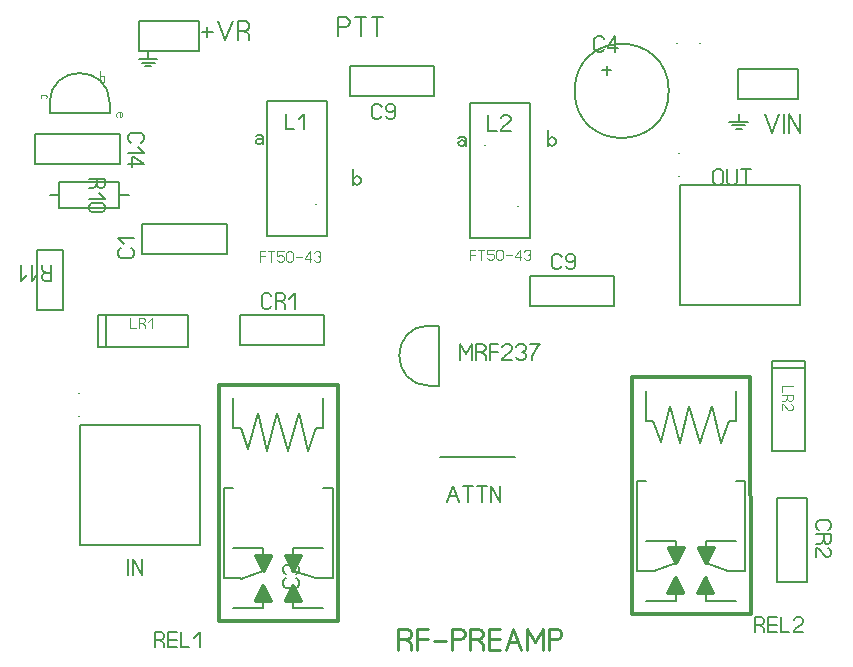
<source format=gbr>
%FSLAX34Y34*%
%MOMM*%
%LNSILK_TOP*%
G71*
G01*
%ADD10C,0.167*%
%ADD11C,0.150*%
%ADD12C,0.200*%
%ADD13C,0.144*%
%ADD14C,0.206*%
%ADD15C,0.222*%
%ADD16C,0.111*%
%ADD17C,0.300*%
%LPD*%
G54D10*
X390429Y441623D02*
X390429Y441623D01*
G54D11*
X172115Y348816D02*
X172115Y374217D01*
X100515Y374217D01*
X100515Y348817D01*
X172115Y348816D01*
G54D10*
X90978Y353834D02*
X92644Y352834D01*
X93478Y350834D01*
X93478Y348834D01*
X92644Y346834D01*
X90978Y345834D01*
X82644Y345834D01*
X80978Y346834D01*
X80144Y348834D01*
X80144Y350834D01*
X80978Y352834D01*
X82644Y353834D01*
G54D10*
X85144Y357501D02*
X80144Y362501D01*
X93478Y362501D01*
G54D11*
X347812Y483036D02*
X347812Y508436D01*
X276212Y508436D01*
X276212Y483036D01*
X347812Y483036D01*
G54D10*
X303188Y465528D02*
X302188Y463861D01*
X300188Y463028D01*
X298188Y463028D01*
X296188Y463861D01*
X295188Y465528D01*
X295188Y473861D01*
X296188Y475528D01*
X298188Y476361D01*
X300188Y476361D01*
X302188Y475528D01*
X303188Y473861D01*
G54D10*
X306855Y465528D02*
X307855Y463861D01*
X309855Y463028D01*
X311855Y463028D01*
X313855Y463861D01*
X314855Y465528D01*
X314855Y469694D01*
X314855Y470528D01*
X311855Y468861D01*
X309855Y468861D01*
X307855Y469694D01*
X306855Y471361D01*
X306855Y473861D01*
X307855Y475528D01*
X309855Y476361D01*
X311855Y476361D01*
X313855Y475528D01*
X314855Y473861D01*
X314855Y469694D01*
G54D12*
X627400Y467514D02*
X633400Y451514D01*
X639400Y467514D01*
G54D12*
X643800Y451514D02*
X643800Y467514D01*
G54D12*
X648200Y451514D02*
X648200Y467514D01*
X657800Y451514D01*
X657800Y467514D01*
G54D11*
X604904Y480038D02*
X604904Y505438D01*
X655704Y505438D01*
X655704Y480038D01*
X604904Y480038D01*
G54D11*
X343600Y288400D02*
X351600Y288400D01*
X351600Y237675D01*
X343600Y237675D01*
G54D11*
G75*
G01X343639Y288531D02*
G03X343639Y237531I0J-25500D01*
G01*
G54D10*
X369556Y259475D02*
X369556Y272808D01*
X374556Y264475D01*
X379556Y272808D01*
X379556Y259475D01*
G54D10*
X387223Y266141D02*
X390223Y264475D01*
X391223Y262808D01*
X391223Y259475D01*
G54D10*
X383223Y259475D02*
X383223Y272808D01*
X388223Y272808D01*
X390223Y271975D01*
X391223Y270308D01*
X391223Y268641D01*
X390223Y266975D01*
X388223Y266141D01*
X383223Y266141D01*
G54D10*
X394890Y259475D02*
X394890Y272808D01*
X401890Y272808D01*
G54D10*
X394890Y266141D02*
X401890Y266141D01*
G54D10*
X413557Y259475D02*
X405557Y259475D01*
X405557Y260308D01*
X406557Y261975D01*
X412557Y266975D01*
X413557Y268641D01*
X413557Y270308D01*
X412557Y271975D01*
X410557Y272808D01*
X408557Y272808D01*
X406557Y271975D01*
X405557Y270308D01*
G54D10*
X417224Y270308D02*
X418224Y271975D01*
X420224Y272808D01*
X422224Y272808D01*
X424224Y271975D01*
X425224Y270308D01*
X425224Y268641D01*
X424224Y266975D01*
X422224Y266141D01*
X424224Y265308D01*
X425224Y263641D01*
X425224Y261975D01*
X424224Y260308D01*
X422224Y259475D01*
X420224Y259475D01*
X418224Y260308D01*
X417224Y261975D01*
G54D10*
X428891Y272808D02*
X436891Y272808D01*
X435891Y271141D01*
X433891Y268641D01*
X431891Y265308D01*
X430891Y262808D01*
X430891Y259475D01*
G54D11*
X47600Y204500D02*
X149200Y204500D01*
X149200Y102900D01*
X47600Y102900D01*
X47600Y204500D01*
G54D13*
X46850Y231250D02*
X46850Y231250D01*
G54D13*
X46850Y211750D02*
X46850Y211750D01*
G54D10*
X230678Y74434D02*
X232344Y73434D01*
X233178Y71434D01*
X233178Y69434D01*
X232344Y67434D01*
X230678Y66434D01*
X222344Y66434D01*
X220678Y67434D01*
X219844Y69434D01*
X219844Y71434D01*
X220678Y73434D01*
X222344Y74434D01*
G54D10*
X222344Y78101D02*
X220678Y79101D01*
X219844Y81101D01*
X219844Y83101D01*
X220678Y85101D01*
X222344Y86101D01*
X224011Y86101D01*
X225678Y85101D01*
X226511Y83101D01*
X227344Y85101D01*
X229011Y86101D01*
X230678Y86101D01*
X232344Y85101D01*
X233178Y83101D01*
X233178Y81101D01*
X232344Y79101D01*
X230678Y78101D01*
G54D11*
X493756Y508406D02*
X493756Y500806D01*
G54D11*
X497556Y504606D02*
X489956Y504606D01*
G54D11*
G75*
G01X546306Y487100D02*
G03X546306Y487100I-39850J0D01*
G01*
G54D14*
X573056Y527700D02*
X573056Y527700D01*
G54D14*
X553556Y527700D02*
X553556Y527700D01*
G54D10*
X358750Y139400D02*
X363750Y152733D01*
X368750Y139400D01*
G54D10*
X360750Y144400D02*
X366750Y144400D01*
G54D10*
X376417Y139400D02*
X376417Y152733D01*
G54D10*
X372417Y152733D02*
X380417Y152733D01*
G54D10*
X388084Y139400D02*
X388084Y152733D01*
G54D10*
X384084Y152733D02*
X392084Y152733D01*
G54D10*
X395751Y139400D02*
X395751Y152733D01*
X403751Y139400D01*
X403751Y152733D01*
G54D10*
X592200Y418433D02*
X592200Y410100D01*
X591200Y408433D01*
X589200Y407600D01*
X587200Y407600D01*
X585200Y408433D01*
X584200Y410100D01*
X584200Y418433D01*
X585200Y420100D01*
X587200Y420933D01*
X589200Y420933D01*
X591200Y420100D01*
X592200Y418433D01*
G54D10*
X595867Y420933D02*
X595867Y410100D01*
X596867Y408433D01*
X598867Y407600D01*
X600867Y407600D01*
X602867Y408433D01*
X603867Y410100D01*
X603867Y420933D01*
G54D10*
X611534Y407600D02*
X611534Y420933D01*
G54D10*
X607534Y420933D02*
X615534Y420933D01*
G54D10*
X247650Y391090D02*
X247650Y391090D01*
G54D10*
X222250Y467923D02*
X222250Y454590D01*
X229250Y454590D01*
G54D10*
X232917Y462923D02*
X237917Y467923D01*
X237917Y454590D01*
G54D15*
X322833Y22789D02*
X326833Y20567D01*
X328166Y18344D01*
X328166Y13900D01*
G54D15*
X317500Y13900D02*
X317500Y31678D01*
X324166Y31678D01*
X326833Y30567D01*
X328166Y28344D01*
X328166Y26122D01*
X326833Y23900D01*
X324166Y22789D01*
X317500Y22789D01*
G54D15*
X333056Y13900D02*
X333056Y31678D01*
X342389Y31678D01*
G54D15*
X333056Y22789D02*
X342389Y22789D01*
G54D15*
X347278Y21678D02*
X357944Y21678D01*
G54D15*
X362834Y13900D02*
X362834Y31678D01*
X369500Y31678D01*
X372167Y30567D01*
X373500Y28344D01*
X373500Y26122D01*
X372167Y23900D01*
X369500Y22789D01*
X362834Y22789D01*
G54D15*
X383723Y22789D02*
X387723Y20567D01*
X389056Y18344D01*
X389056Y13900D01*
G54D15*
X378390Y13900D02*
X378390Y31678D01*
X385056Y31678D01*
X387723Y30567D01*
X389056Y28344D01*
X389056Y26122D01*
X387723Y23900D01*
X385056Y22789D01*
X378390Y22789D01*
G54D15*
X403279Y13900D02*
X393946Y13900D01*
X393946Y31678D01*
X403279Y31678D01*
G54D15*
X393946Y22789D02*
X403279Y22789D01*
G54D15*
X408168Y13900D02*
X414834Y31678D01*
X421501Y13900D01*
G54D15*
X410834Y20567D02*
X418834Y20567D01*
G54D15*
X426390Y13900D02*
X426390Y31678D01*
X433056Y20567D01*
X439723Y31678D01*
X439723Y13900D01*
G54D15*
X444612Y13900D02*
X444612Y31678D01*
X451278Y31678D01*
X453945Y30566D01*
X455278Y28344D01*
X455278Y26122D01*
X453945Y23900D01*
X451278Y22789D01*
X444612Y22789D01*
G54D12*
X352400Y177500D02*
X415900Y177500D01*
G54D12*
X206350Y478490D02*
X257150Y478490D01*
X257150Y364190D01*
X206350Y364190D01*
X206350Y478490D01*
G54D16*
X200000Y342600D02*
X200000Y351489D01*
X204667Y351489D01*
G54D16*
X200000Y347044D02*
X204667Y347044D01*
G54D16*
X209778Y342600D02*
X209778Y351489D01*
G54D16*
X207111Y351489D02*
X212444Y351489D01*
G54D16*
X220221Y351489D02*
X214888Y351489D01*
X214888Y347600D01*
X215555Y347600D01*
X216888Y348156D01*
X218221Y348156D01*
X219555Y347600D01*
X220221Y346489D01*
X220221Y344267D01*
X219555Y343156D01*
X218221Y342600D01*
X216888Y342600D01*
X215555Y343156D01*
X214888Y344267D01*
G54D16*
X227998Y349822D02*
X227998Y344267D01*
X227332Y343156D01*
X225998Y342600D01*
X224665Y342600D01*
X223332Y343156D01*
X222665Y344267D01*
X222665Y349822D01*
X223332Y350933D01*
X224665Y351489D01*
X225998Y351489D01*
X227332Y350933D01*
X227998Y349822D01*
G54D16*
X230442Y346489D02*
X235775Y346489D01*
G54D16*
X242219Y342600D02*
X242219Y351489D01*
X238219Y345933D01*
X238219Y344822D01*
X243552Y344822D01*
G54D16*
X245996Y349822D02*
X246663Y350933D01*
X247996Y351489D01*
X249329Y351489D01*
X250663Y350933D01*
X251329Y349822D01*
X251329Y348711D01*
X250663Y347600D01*
X249329Y347044D01*
X250663Y346489D01*
X251329Y345378D01*
X251329Y344267D01*
X250663Y343156D01*
X249329Y342600D01*
X247996Y342600D01*
X246663Y343156D01*
X245996Y344267D01*
G54D17*
X165700Y38149D02*
X266300Y38249D01*
X266200Y238149D01*
X165700Y238149D01*
X165700Y38149D01*
G54D12*
X177800Y226749D02*
X177800Y201349D01*
X184100Y201349D01*
X184000Y201349D01*
X190400Y183849D01*
X190500Y183849D01*
X198400Y214049D01*
X206400Y182249D01*
X214300Y214049D01*
X223900Y182249D01*
X233300Y214049D01*
X241300Y182249D01*
X247700Y201349D01*
X254000Y201349D01*
X254000Y226749D01*
G54D12*
X177800Y48949D02*
X203100Y48949D01*
X203100Y67949D01*
G54D12*
X177800Y99749D02*
X203100Y99749D01*
X203100Y80749D01*
G54D12*
X254000Y48949D02*
X228600Y48949D01*
X228600Y67949D01*
G54D12*
X254000Y99749D02*
X228600Y99749D01*
X228600Y80749D01*
G36*
X203200Y67949D02*
X203200Y68049D01*
X196800Y55349D01*
X209500Y55349D01*
X203100Y67949D01*
X203200Y67949D01*
G37*
G54D17*
X203200Y67949D02*
X203200Y68049D01*
X196800Y55349D01*
X209500Y55349D01*
X203100Y67949D01*
X203200Y67949D01*
G36*
X228600Y67849D02*
X228600Y67949D01*
X222200Y55249D01*
X234900Y55249D01*
X228500Y67849D01*
X228600Y67849D01*
G37*
G54D17*
X228600Y67849D02*
X228600Y67949D01*
X222200Y55249D01*
X234900Y55249D01*
X228500Y67849D01*
X228600Y67849D01*
G36*
X203300Y80949D02*
X203300Y80849D01*
X209700Y93549D01*
X197000Y93549D01*
X203400Y80949D01*
X203300Y80949D01*
G37*
G54D17*
X203300Y80949D02*
X203300Y80849D01*
X209700Y93549D01*
X197000Y93549D01*
X203400Y80949D01*
X203300Y80949D01*
G36*
X228600Y80849D02*
X228600Y80749D01*
X235000Y93449D01*
X222300Y93449D01*
X228700Y80849D01*
X228600Y80849D01*
G37*
G54D17*
X228600Y80849D02*
X228600Y80749D01*
X235000Y93449D01*
X222300Y93449D01*
X228700Y80849D01*
X228600Y80849D01*
G54D12*
X203200Y80749D02*
X203200Y80649D01*
X184200Y74249D01*
X184200Y74349D01*
X169900Y74349D01*
X169900Y137849D01*
X169900Y150549D01*
X177800Y150549D01*
G54D12*
X228600Y80749D02*
X228600Y80749D01*
X247600Y74349D01*
X261900Y74349D01*
X261900Y150549D01*
X254000Y150549D01*
G54D11*
X139700Y297600D02*
X139700Y270200D01*
X63500Y270200D01*
X63500Y297600D01*
X139700Y297600D01*
G54D11*
X69800Y270200D02*
X69800Y297600D01*
G54D11*
X254525Y271892D02*
X254525Y297292D01*
X182925Y297292D01*
X182925Y271892D01*
X254525Y271892D01*
G54D10*
X209869Y305184D02*
X208869Y303517D01*
X206869Y302684D01*
X204869Y302684D01*
X202869Y303517D01*
X201869Y305184D01*
X201869Y313517D01*
X202869Y315184D01*
X204869Y316017D01*
X206869Y316017D01*
X208869Y315184D01*
X209869Y313517D01*
G54D10*
X217536Y309350D02*
X220536Y307684D01*
X221536Y306017D01*
X221536Y302684D01*
G54D10*
X213536Y302684D02*
X213536Y316017D01*
X218536Y316017D01*
X220536Y315184D01*
X221536Y313517D01*
X221536Y311850D01*
X220536Y310184D01*
X218536Y309350D01*
X213536Y309350D01*
G54D10*
X225203Y311017D02*
X230203Y316017D01*
X230203Y302684D01*
G54D16*
X90584Y295033D02*
X90584Y286144D01*
X95250Y286144D01*
G54D16*
X100361Y290589D02*
X102361Y289478D01*
X103028Y288367D01*
X103028Y286144D01*
G54D16*
X97695Y286144D02*
X97695Y295033D01*
X101028Y295033D01*
X102361Y294478D01*
X103028Y293367D01*
X103028Y292256D01*
X102361Y291144D01*
X101028Y290589D01*
X97695Y290589D01*
G54D16*
X105472Y291700D02*
X108805Y295033D01*
X108805Y286144D01*
G54D11*
X555600Y407700D02*
X657200Y407700D01*
X657200Y306100D01*
X555600Y306100D01*
X555600Y407700D01*
G54D13*
X554850Y434450D02*
X554850Y434450D01*
G54D13*
X554850Y414950D02*
X554850Y414950D01*
G54D17*
X514950Y44499D02*
X615550Y44599D01*
X615450Y244499D01*
X514950Y244499D01*
X514950Y44499D01*
G54D12*
X527050Y233099D02*
X527050Y207699D01*
X533350Y207699D01*
X533250Y207699D01*
X539650Y190199D01*
X539750Y190199D01*
X547650Y220399D01*
X555650Y188599D01*
X563550Y220399D01*
X573150Y188599D01*
X582550Y220399D01*
X590550Y188599D01*
X596950Y207699D01*
X603250Y207699D01*
X603250Y233099D01*
G54D12*
X527050Y55299D02*
X552350Y55299D01*
X552350Y74299D01*
G54D12*
X527050Y106099D02*
X552350Y106099D01*
X552350Y87099D01*
G54D12*
X603250Y55299D02*
X577850Y55299D01*
X577850Y74299D01*
G54D12*
X603250Y106099D02*
X577850Y106099D01*
X577850Y87099D01*
G36*
X552450Y74299D02*
X552450Y74399D01*
X546050Y61699D01*
X558750Y61699D01*
X552350Y74299D01*
X552450Y74299D01*
G37*
G54D17*
X552450Y74299D02*
X552450Y74399D01*
X546050Y61699D01*
X558750Y61699D01*
X552350Y74299D01*
X552450Y74299D01*
G36*
X577850Y74199D02*
X577850Y74299D01*
X571450Y61599D01*
X584150Y61599D01*
X577750Y74199D01*
X577850Y74199D01*
G37*
G54D17*
X577850Y74199D02*
X577850Y74299D01*
X571450Y61599D01*
X584150Y61599D01*
X577750Y74199D01*
X577850Y74199D01*
G36*
X552550Y87299D02*
X552550Y87199D01*
X558950Y99899D01*
X546250Y99899D01*
X552650Y87299D01*
X552550Y87299D01*
G37*
G54D17*
X552550Y87299D02*
X552550Y87199D01*
X558950Y99899D01*
X546250Y99899D01*
X552650Y87299D01*
X552550Y87299D01*
G36*
X577850Y87199D02*
X577850Y87099D01*
X584250Y99799D01*
X571550Y99799D01*
X577950Y87199D01*
X577850Y87199D01*
G37*
G54D17*
X577850Y87199D02*
X577850Y87099D01*
X584250Y99799D01*
X571550Y99799D01*
X577950Y87199D01*
X577850Y87199D01*
G54D12*
X552450Y87099D02*
X552450Y86999D01*
X533450Y80599D01*
X533450Y80699D01*
X519150Y80699D01*
X519150Y144199D01*
X519150Y156899D01*
X527050Y156899D01*
G54D12*
X577850Y87099D02*
X577850Y87099D01*
X596850Y80699D01*
X611150Y80699D01*
X611150Y156899D01*
X603250Y156899D01*
G54D11*
X661400Y182300D02*
X634000Y182300D01*
X634000Y258500D01*
X661400Y258500D01*
X661400Y182300D01*
G54D11*
X634000Y252200D02*
X661400Y252200D01*
G54D11*
X637825Y70992D02*
X663225Y70992D01*
X663225Y142592D01*
X637825Y142592D01*
X637825Y70992D01*
G54D16*
X651113Y236895D02*
X642224Y236895D01*
X642224Y232228D01*
G54D16*
X646668Y227117D02*
X645557Y225117D01*
X644446Y224450D01*
X642224Y224450D01*
G54D16*
X642224Y229784D02*
X651113Y229784D01*
X651113Y226450D01*
X650557Y225117D01*
X649446Y224450D01*
X648335Y224450D01*
X647224Y225117D01*
X646668Y226450D01*
X646668Y229784D01*
G54D16*
X642224Y216673D02*
X642224Y222007D01*
X642780Y222007D01*
X643890Y221340D01*
X647224Y217340D01*
X648335Y216673D01*
X649446Y216673D01*
X650557Y217340D01*
X651113Y218673D01*
X651113Y220007D01*
X650557Y221340D01*
X649446Y222007D01*
G54D12*
X150988Y537034D02*
X160588Y537034D01*
G54D12*
X155788Y541034D02*
X155788Y533034D01*
G54D12*
X164988Y546034D02*
X170988Y530034D01*
X176988Y546034D01*
G54D12*
X186188Y538034D02*
X189788Y536034D01*
X190988Y534034D01*
X190988Y530034D01*
G54D12*
X181388Y530034D02*
X181388Y546034D01*
X187388Y546034D01*
X189788Y545034D01*
X190988Y543034D01*
X190988Y541034D01*
X189788Y539034D01*
X187388Y538034D01*
X181388Y538034D01*
G54D11*
X97538Y520635D02*
X97539Y546035D01*
X148338Y546035D01*
X148338Y520635D01*
X97538Y520635D01*
G54D12*
X605647Y467424D02*
X605648Y461074D01*
G54D12*
X613585Y461074D02*
X597710Y461074D01*
G54D12*
X600091Y457899D02*
X611204Y457899D01*
G54D12*
X608028Y454724D02*
X603266Y454724D01*
G54D10*
X88900Y77400D02*
X88900Y90733D01*
G54D10*
X92567Y77400D02*
X92567Y90733D01*
X100567Y77400D01*
X100567Y90733D01*
G54D10*
X196850Y448557D02*
X198850Y449390D01*
X201250Y449390D01*
X202850Y447723D01*
X202850Y441890D01*
G54D10*
X202850Y444390D02*
X201850Y446057D01*
X199850Y446390D01*
X197850Y446057D01*
X196850Y444390D01*
X197250Y442723D01*
X198850Y441890D01*
X199850Y441890D01*
X200250Y441890D01*
X201850Y442723D01*
X202850Y444390D01*
G54D10*
X279400Y407600D02*
X279400Y420933D01*
G54D10*
X279400Y412933D02*
X280400Y414600D01*
X282400Y415100D01*
X284400Y414600D01*
X285400Y412933D01*
X285400Y409600D01*
X284400Y407933D01*
X282400Y407600D01*
X280400Y407933D01*
X279400Y409600D01*
G54D10*
X491442Y522874D02*
X490442Y521207D01*
X488442Y520374D01*
X486442Y520374D01*
X484442Y521207D01*
X483442Y522874D01*
X483442Y531207D01*
X484442Y532874D01*
X486442Y533707D01*
X488442Y533707D01*
X490442Y532874D01*
X491442Y531207D01*
G54D10*
X501109Y520374D02*
X501109Y533707D01*
X495109Y525374D01*
X495109Y523707D01*
X503109Y523707D01*
G54D10*
X673198Y115417D02*
X671531Y116417D01*
X670698Y118417D01*
X670698Y120418D01*
X671531Y122418D01*
X673198Y123417D01*
X681531Y123418D01*
X683198Y122418D01*
X684031Y120417D01*
X684031Y118417D01*
X683198Y116418D01*
X681531Y115417D01*
G54D10*
X677365Y107750D02*
X675698Y104751D01*
X674031Y103751D01*
X670698Y103751D01*
G54D10*
X670698Y111751D02*
X684031Y111751D01*
X684031Y106751D01*
X683198Y104750D01*
X681531Y103751D01*
X679865Y103751D01*
X678198Y104750D01*
X677365Y106750D01*
X677365Y111750D01*
G54D10*
X670698Y92084D02*
X670698Y100084D01*
X671531Y100083D01*
X673198Y99083D01*
X678198Y93083D01*
X679864Y92084D01*
X681531Y92084D01*
X683198Y93084D01*
X684031Y95083D01*
X684031Y97084D01*
X683198Y99084D01*
X681532Y100084D01*
G54D10*
X115100Y22567D02*
X118100Y20900D01*
X119100Y19233D01*
X119100Y15900D01*
G54D10*
X111100Y15900D02*
X111100Y29233D01*
X116100Y29233D01*
X118100Y28400D01*
X119100Y26733D01*
X119100Y25067D01*
X118100Y23400D01*
X116100Y22567D01*
X111100Y22567D01*
G54D10*
X129767Y15900D02*
X122767Y15900D01*
X122767Y29233D01*
X129767Y29233D01*
G54D10*
X122767Y22567D02*
X129767Y22567D01*
G54D10*
X133434Y29233D02*
X133434Y15900D01*
X140434Y15900D01*
G54D10*
X144101Y24233D02*
X149101Y29233D01*
X149101Y15900D01*
G54D10*
X623100Y35267D02*
X626100Y33600D01*
X627100Y31933D01*
X627100Y28600D01*
G54D10*
X619100Y28600D02*
X619100Y41933D01*
X624100Y41933D01*
X626100Y41100D01*
X627100Y39433D01*
X627100Y37767D01*
X626100Y36100D01*
X624100Y35267D01*
X619100Y35267D01*
G54D10*
X637767Y28600D02*
X630767Y28600D01*
X630767Y41933D01*
X637767Y41933D01*
G54D10*
X630767Y35267D02*
X637767Y35267D01*
G54D10*
X641434Y41933D02*
X641434Y28600D01*
X648434Y28600D01*
G54D10*
X660101Y28600D02*
X652101Y28600D01*
X652101Y29433D01*
X653101Y31100D01*
X659101Y36100D01*
X660101Y37767D01*
X660101Y39433D01*
X659101Y41100D01*
X657101Y41933D01*
X655101Y41933D01*
X653101Y41100D01*
X652101Y39433D01*
G54D10*
X419100Y389820D02*
X419100Y389820D01*
G54D10*
X393700Y466653D02*
X393700Y453320D01*
X400700Y453320D01*
G54D10*
X412367Y453320D02*
X404367Y453320D01*
X404367Y454153D01*
X405367Y455820D01*
X411367Y460820D01*
X412367Y462487D01*
X412367Y464153D01*
X411367Y465820D01*
X409367Y466653D01*
X407367Y466653D01*
X405367Y465820D01*
X404367Y464153D01*
G54D12*
X377800Y477220D02*
X428600Y477220D01*
X428600Y362920D01*
X377800Y362920D01*
X377800Y477220D01*
G54D10*
X368300Y447287D02*
X370300Y448120D01*
X372700Y448120D01*
X374300Y446453D01*
X374300Y440620D01*
G54D10*
X374300Y443120D02*
X373300Y444787D01*
X371300Y445120D01*
X369300Y444787D01*
X368300Y443120D01*
X368700Y441453D01*
X370300Y440620D01*
X371300Y440620D01*
X371700Y440620D01*
X373300Y441453D01*
X374300Y443120D01*
G54D10*
X444500Y440620D02*
X444500Y453953D01*
G54D10*
X444500Y445953D02*
X445500Y447620D01*
X447500Y448120D01*
X449500Y447620D01*
X450500Y445953D01*
X450500Y442620D01*
X449500Y440953D01*
X447500Y440620D01*
X445500Y440953D01*
X444500Y442620D01*
G54D11*
X500212Y305236D02*
X500212Y330637D01*
X428612Y330636D01*
X428612Y305236D01*
X500212Y305236D01*
G54D10*
X455588Y338528D02*
X454588Y336861D01*
X452588Y336028D01*
X450588Y336028D01*
X448588Y336861D01*
X447588Y338528D01*
X447588Y346861D01*
X448588Y348528D01*
X450588Y349361D01*
X452588Y349361D01*
X454588Y348528D01*
X455588Y346861D01*
G54D10*
X459255Y338528D02*
X460255Y336861D01*
X462256Y336028D01*
X464256Y336028D01*
X466256Y336861D01*
X467256Y338528D01*
X467256Y342694D01*
X467256Y343528D01*
X464256Y341861D01*
X462255Y341861D01*
X460256Y342694D01*
X459255Y344361D01*
X459256Y346861D01*
X460256Y348528D01*
X462256Y349361D01*
X464256Y349361D01*
X466256Y348528D01*
X467256Y346861D01*
X467256Y342694D01*
G54D16*
X377800Y343870D02*
X377800Y352759D01*
X382467Y352759D01*
G54D16*
X377800Y348314D02*
X382467Y348314D01*
G54D16*
X387578Y343870D02*
X387578Y352759D01*
G54D16*
X384911Y352759D02*
X390244Y352759D01*
G54D16*
X398021Y352759D02*
X392688Y352759D01*
X392688Y348870D01*
X393355Y348870D01*
X394688Y349426D01*
X396021Y349426D01*
X397355Y348870D01*
X398021Y347759D01*
X398021Y345537D01*
X397355Y344426D01*
X396021Y343870D01*
X394688Y343870D01*
X393355Y344426D01*
X392688Y345537D01*
G54D16*
X405798Y351092D02*
X405798Y345537D01*
X405132Y344426D01*
X403798Y343870D01*
X402465Y343870D01*
X401132Y344426D01*
X400465Y345537D01*
X400465Y351092D01*
X401132Y352203D01*
X402465Y352759D01*
X403798Y352759D01*
X405132Y352203D01*
X405798Y351092D01*
G54D16*
X408242Y347759D02*
X413575Y347759D01*
G54D16*
X420019Y343870D02*
X420019Y352759D01*
X416019Y347203D01*
X416019Y346092D01*
X421352Y346092D01*
G54D16*
X423796Y351092D02*
X424463Y352203D01*
X425796Y352759D01*
X427129Y352759D01*
X428463Y352203D01*
X429129Y351092D01*
X429129Y349981D01*
X428463Y348870D01*
X427129Y348314D01*
X428463Y347759D01*
X429129Y346648D01*
X429129Y345537D01*
X428463Y344426D01*
X427129Y343870D01*
X425796Y343870D01*
X424463Y344426D01*
X423796Y345537D01*
G54D11*
X72929Y476758D02*
X72929Y468758D01*
X22203Y468758D01*
X22203Y476758D01*
G54D11*
G75*
G01X73059Y476719D02*
G03X22059Y476719I-25500J0D01*
G01*
G54D11*
X9849Y450905D02*
X9849Y425504D01*
X81449Y425505D01*
X81449Y450905D01*
X9849Y450905D01*
G54D10*
X90962Y443270D02*
X89296Y444270D01*
X88462Y446270D01*
X88462Y448270D01*
X89296Y450270D01*
X90962Y451270D01*
X99296Y451270D01*
X100962Y450270D01*
X101796Y448270D01*
X101796Y446270D01*
X100962Y444270D01*
X99296Y443270D01*
G54D10*
X96796Y439603D02*
X101796Y434603D01*
X88462Y434603D01*
G54D10*
X88462Y424936D02*
X101796Y424936D01*
X93462Y430936D01*
X91796Y430936D01*
X91796Y422936D01*
G54D11*
X30453Y387578D02*
X30453Y409753D01*
X81153Y409753D01*
X81152Y387578D01*
X30453Y387578D01*
G54D11*
X30252Y398665D02*
X22352Y398665D01*
G54D11*
X81253Y398665D02*
X89153Y398665D01*
G54D11*
X11249Y352235D02*
X33425Y352235D01*
X33425Y301535D01*
X11250Y301536D01*
X11249Y352235D01*
G54D10*
X62282Y408500D02*
X60615Y405500D01*
X58948Y404500D01*
X55615Y404500D01*
G54D10*
X55615Y412500D02*
X68948Y412500D01*
X68948Y407500D01*
X68115Y405500D01*
X66448Y404500D01*
X64782Y404500D01*
X63115Y405500D01*
X62282Y407500D01*
X62282Y412500D01*
G54D10*
X63948Y400833D02*
X68948Y395833D01*
X55615Y395833D01*
G54D10*
X66448Y384166D02*
X58115Y384166D01*
X56448Y385166D01*
X55615Y387166D01*
X55615Y389166D01*
X56448Y391166D01*
X58115Y392166D01*
X66448Y392166D01*
X68115Y391166D01*
X68948Y389166D01*
X68948Y387166D01*
X68115Y385166D01*
X66448Y384166D01*
G54D10*
X19472Y333106D02*
X16472Y334773D01*
X15472Y336440D01*
X15472Y339773D01*
G54D10*
X23472Y339773D02*
X23472Y326440D01*
X18472Y326440D01*
X16472Y327273D01*
X15472Y328940D01*
X15472Y330606D01*
X16472Y332273D01*
X18472Y333106D01*
X23472Y333106D01*
G54D10*
X11805Y331440D02*
X6805Y326440D01*
X6805Y339773D01*
G54D10*
X3138Y331440D02*
X-1862Y326440D01*
X-1862Y339773D01*
G54D16*
X79279Y465024D02*
X78723Y466091D01*
X78723Y467424D01*
X79279Y468758D01*
X80390Y469024D01*
X82279Y469024D01*
X83390Y468358D01*
X83723Y467024D01*
X83390Y465691D01*
X82612Y465024D01*
X81501Y465024D01*
X81501Y469024D01*
G54D16*
X64460Y494750D02*
X64460Y503639D01*
G54D16*
X64460Y498306D02*
X65127Y499417D01*
X66460Y499750D01*
X67793Y499417D01*
X68460Y498306D01*
X68460Y496083D01*
X67793Y494972D01*
X66460Y494750D01*
X65127Y494972D01*
X64460Y496083D01*
G54D16*
X19275Y480683D02*
X19608Y482016D01*
X19275Y483350D01*
X18164Y484016D01*
X15941Y484016D01*
X14830Y483350D01*
X14608Y482016D01*
X14830Y480683D01*
G54D12*
X105475Y520635D02*
X105476Y514284D01*
G54D12*
X113413Y514284D02*
X97538Y514285D01*
G54D12*
X99919Y511110D02*
X111032Y511110D01*
G54D12*
X107856Y507935D02*
X103094Y507935D01*
G54D12*
X266700Y533400D02*
X266700Y549400D01*
X272700Y549400D01*
X275100Y548400D01*
X276300Y546400D01*
X276300Y544400D01*
X275100Y542400D01*
X272700Y541400D01*
X266700Y541400D01*
G54D12*
X285500Y533400D02*
X285500Y549400D01*
G54D12*
X280700Y549400D02*
X290300Y549400D01*
G54D12*
X299500Y533400D02*
X299500Y549400D01*
G54D12*
X294700Y549400D02*
X304300Y549400D01*
M02*

</source>
